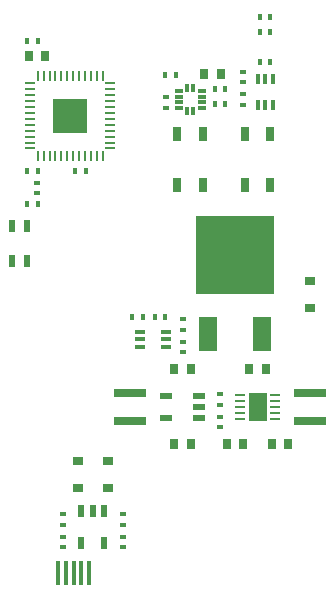
<source format=gtp>
G04*
G04 #@! TF.GenerationSoftware,Altium Limited,CircuitStudio,1.5.2 (30)*
G04*
G04 Layer_Color=7318015*
%FSLAX25Y25*%
%MOIN*%
G70*
G01*
G75*
%ADD10R,0.02559X0.04724*%
%ADD11R,0.02756X0.03543*%
%ADD12R,0.01772X0.02165*%
%ADD13R,0.02165X0.01772*%
%ADD14R,0.03543X0.03150*%
%ADD15R,0.10630X0.03150*%
%ADD16R,0.26378X0.26378*%
%ADD17R,0.06299X0.11811*%
%ADD18O,0.00984X0.03543*%
%ADD19O,0.03543X0.00984*%
%ADD21R,0.03347X0.01378*%
%ADD22R,0.01378X0.03347*%
%ADD23R,0.02362X0.03937*%
%ADD24R,0.03937X0.02362*%
%ADD25R,0.06496X0.09449*%
%ADD26R,0.03543X0.00984*%
%ADD27R,0.02362X0.03937*%
%ADD28R,0.02500X0.01350*%
%ADD29R,0.01350X0.02500*%
%ADD30R,0.01575X0.07874*%
%ADD52R,0.11260X0.11260*%
D10*
X66732Y165965D02*
D03*
Y149035D02*
D03*
X58268D02*
D03*
Y165965D02*
D03*
X80768Y149035D02*
D03*
Y165965D02*
D03*
X89232D02*
D03*
Y149035D02*
D03*
D11*
X14256Y192000D02*
D03*
X8744D02*
D03*
X72756Y186000D02*
D03*
X67244D02*
D03*
X57244Y62500D02*
D03*
X62756D02*
D03*
X62756Y87500D02*
D03*
X57244D02*
D03*
X82244Y87500D02*
D03*
X87756D02*
D03*
X74744Y62500D02*
D03*
X80256D02*
D03*
X95256Y62500D02*
D03*
X89744D02*
D03*
D12*
X11772Y197000D02*
D03*
X8228D02*
D03*
X8228Y142500D02*
D03*
X11772D02*
D03*
X8228Y153500D02*
D03*
X11772D02*
D03*
X74272Y181000D02*
D03*
X70728D02*
D03*
X74272Y176000D02*
D03*
X70728D02*
D03*
X89272Y200000D02*
D03*
X85728D02*
D03*
X50728Y105000D02*
D03*
X54272D02*
D03*
X46772D02*
D03*
X43228D02*
D03*
X27772Y153500D02*
D03*
X24228D02*
D03*
X54228Y185500D02*
D03*
X57772D02*
D03*
X85728Y205000D02*
D03*
X89272D02*
D03*
X89272Y190000D02*
D03*
X85728D02*
D03*
D13*
X80000Y183228D02*
D03*
Y186772D02*
D03*
Y179272D02*
D03*
Y175728D02*
D03*
X72500Y68228D02*
D03*
Y71772D02*
D03*
X11500Y146228D02*
D03*
Y149772D02*
D03*
X54500Y174728D02*
D03*
Y178272D02*
D03*
X60000Y104272D02*
D03*
Y100728D02*
D03*
Y93228D02*
D03*
Y96772D02*
D03*
X40000Y39272D02*
D03*
Y35728D02*
D03*
Y31772D02*
D03*
Y28228D02*
D03*
X72500Y75728D02*
D03*
Y79272D02*
D03*
X20000Y31772D02*
D03*
Y28228D02*
D03*
Y35728D02*
D03*
Y39272D02*
D03*
D14*
X102500Y107972D02*
D03*
Y117028D02*
D03*
X35000Y57028D02*
D03*
Y47972D02*
D03*
X25000Y57028D02*
D03*
Y47972D02*
D03*
D15*
X42500Y79528D02*
D03*
Y70472D02*
D03*
X102500D02*
D03*
Y79528D02*
D03*
D16*
X77500Y125591D02*
D03*
D17*
X86555Y99410D02*
D03*
X68445D02*
D03*
D18*
X11673Y158614D02*
D03*
X13642D02*
D03*
X15610D02*
D03*
X17579D02*
D03*
X19547D02*
D03*
X21516D02*
D03*
X23484D02*
D03*
X25453D02*
D03*
X27421D02*
D03*
X29390D02*
D03*
X31358D02*
D03*
X33327D02*
D03*
Y185386D02*
D03*
X31358D02*
D03*
X29390D02*
D03*
X27421D02*
D03*
X25453D02*
D03*
X23484D02*
D03*
X21516D02*
D03*
X19547D02*
D03*
X17579D02*
D03*
X15610D02*
D03*
X13642D02*
D03*
X11673D02*
D03*
D19*
X35886Y161173D02*
D03*
Y163142D02*
D03*
Y165110D02*
D03*
Y167079D02*
D03*
Y169047D02*
D03*
Y171016D02*
D03*
Y172984D02*
D03*
Y174953D02*
D03*
Y176921D02*
D03*
Y178890D02*
D03*
Y180858D02*
D03*
Y182827D02*
D03*
X9114D02*
D03*
Y180858D02*
D03*
Y178890D02*
D03*
Y176921D02*
D03*
Y174953D02*
D03*
Y172984D02*
D03*
Y171016D02*
D03*
Y169047D02*
D03*
Y167079D02*
D03*
Y165110D02*
D03*
Y163142D02*
D03*
Y161173D02*
D03*
D21*
X45669Y100059D02*
D03*
Y97500D02*
D03*
Y94941D02*
D03*
X54331Y100059D02*
D03*
Y97500D02*
D03*
Y94941D02*
D03*
D22*
X84941Y175669D02*
D03*
X87500D02*
D03*
X90059D02*
D03*
X84941Y184331D02*
D03*
X87500D02*
D03*
X90059D02*
D03*
D23*
X33740Y29587D02*
D03*
X26260D02*
D03*
Y40413D02*
D03*
X30000D02*
D03*
X33740D02*
D03*
D24*
X54587Y71260D02*
D03*
Y78740D02*
D03*
X65413D02*
D03*
Y75000D02*
D03*
Y71260D02*
D03*
D25*
X85000Y75000D02*
D03*
D26*
X79094Y78937D02*
D03*
Y76968D02*
D03*
Y75000D02*
D03*
Y73032D02*
D03*
Y71063D02*
D03*
X90905Y78937D02*
D03*
Y76968D02*
D03*
Y75000D02*
D03*
Y73032D02*
D03*
Y71063D02*
D03*
D27*
X8059Y135406D02*
D03*
Y123594D02*
D03*
X2941D02*
D03*
Y135406D02*
D03*
D28*
X58700Y180453D02*
D03*
Y178484D02*
D03*
Y176516D02*
D03*
Y174547D02*
D03*
X66300D02*
D03*
Y176516D02*
D03*
Y178484D02*
D03*
Y180453D02*
D03*
D29*
X61516Y173700D02*
D03*
X63484D02*
D03*
Y181300D02*
D03*
X61516D02*
D03*
D30*
X18504Y19685D02*
D03*
X21063D02*
D03*
X23622D02*
D03*
X26181D02*
D03*
X28740D02*
D03*
D52*
X22500Y172000D02*
D03*
M02*

</source>
